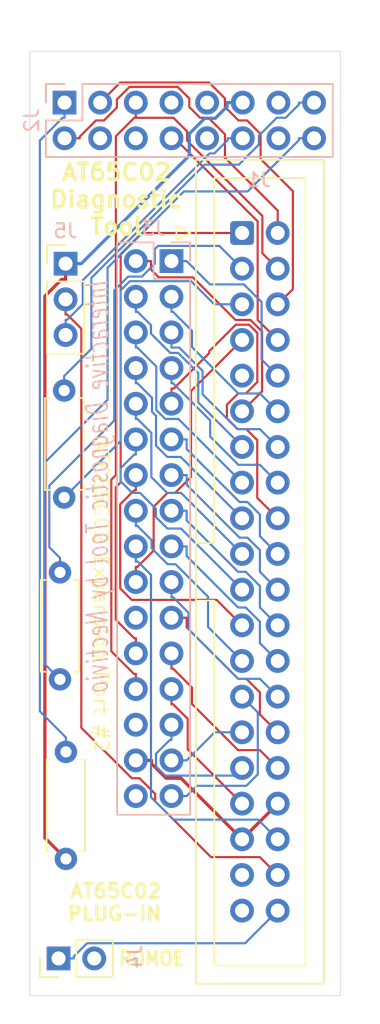
<source format=kicad_pcb>
(kicad_pcb (version 20221018) (generator pcbnew)
  (layers (0 "F.Cu" signal) (31 "B.Cu" signal) (34 "B.Paste" user) (35 "F.Paste" user) (36 "B.SilkS" user "B.Silkscreen") (37 "F.SilkS" user "F.Silkscreen") (38 "B.Mask" user) (39 "F.Mask" user) (44 "Edge.Cuts" user))
  (net 0 "")
  (net 1 "GND")
  (net 2 "R~{W}")
  (net 3 "~{RES}")
  (net 4 "~{IRQ}")
  (net 5 "RDY")
  (net 6 "~{NMI}")
  (net 7 "SYNC")
  (net 8 "/a0")
  (net 9 "/d0")
  (net 10 "/a1")
  (net 11 "/d1")
  (net 12 "/a2")
  (net 13 "/d2")
  (net 14 "/a3")
  (net 15 "/d3")
  (net 16 "/a4")
  (net 17 "/d4")
  (net 18 "/a5")
  (net 19 "/d5")
  (net 20 "/a6")
  (net 21 "/d6")
  (net 22 "/a7")
  (net 23 "/d7")
  (net 24 "/a8")
  (net 25 "/a9")
  (net 26 "/a10")
  (net 27 "/a11")
  (net 28 "/a12")
  (net 29 "/a13")
  (net 30 "/a14")
  (net 31 "/a15")
  (net 32 "~{SO}")
  (net 33 "~{BE}")
  (net 35 "CLK")
  (net 39 "~{VP}")
  (net 41 "+5V")
  (net 42 "ROM~{WE}")
  (net 48 "ROM~{OE}")
  (net 53 "Net-(J2-Pin_12)")
  (net 54 "Net-(J2-Pin_15)")
  (net 55 "Net-(J2-Pin_16)")
  (footprint "Resistor_THT:R_Axial_DIN0207_L6.3mm_D2.5mm_P7.62mm_Horizontal" (layer "F.Cu") (at 138.215 100 90)
    (fp_text reference "R1" hide)
    (fp_text value "1k")
    (fp_line (start 0.54 -1.37) (end 7.08 -1.37) (stroke (width 0.12)) (layer "F.SilkS"))
    (fp_line (start 0.54 -1.04) (end 0.54 -1.37) (stroke (width 0.12)) (layer "F.SilkS"))
    (fp_line (start 0.54 1.04) (end 0.54 1.37) (stroke (width 0.12)) (layer "F.SilkS"))
    (fp_line (start 0.54 1.37) (end 7.08 1.37) (stroke (width 0.12)) (layer "F.SilkS"))
    (fp_line (start 7.08 -1.37) (end 7.08 -1.04) (stroke (width 0.12)) (layer "F.SilkS"))
    (fp_line (start 7.08 1.37) (end 7.08 1.04) (stroke (width 0.12)) (layer "F.SilkS"))
    (pad "1" thru_hole circle (at 0 0 90) (size 1.6 1.6) (drill 0.8) (layers "*.Cu" "*.Mask") (net 55 "Net-(J2-Pin_16)"))
    (pad "2" thru_hole oval (at 7.62 0 90) (size 1.6 1.6) (drill 0.8) (layers "*.Cu" "*.Mask") (net 32 "~{SO}"))
  )
  (footprint "Connector_PinHeader_2.54mm:PinHeader_1x03_P2.54mm_Vertical" (layer "F.Cu") (at 138.615 70.395)
    (fp_text reference "J5" (at 0 -2.33) (layer "B.SilkS") (effects (justify mirror)))
    (fp_text value "Conn_01x03")
    (fp_line (start -1.33 -1.33) (end 0 -1.33) (stroke (width 0.12)) (layer "F.SilkS"))
    (fp_line (start -1.33 0) (end -1.33 -1.33) (stroke (width 0.12)) (layer "F.SilkS"))
    (fp_line (start -1.33 1.27) (end -1.33 6.41) (stroke (width 0.12)) (layer "F.SilkS"))
    (fp_line (start -1.33 1.27) (end 1.33 1.27) (stroke (width 0.12)) (layer "F.SilkS"))
    (fp_line (start -1.33 6.41) (end 1.33 6.41) (stroke (width 0.12)) (layer "F.SilkS"))
    (fp_line (start 1.33 1.27) (end 1.33 6.41) (stroke (width 0.12)) (layer "F.SilkS"))
    (pad "1" thru_hole rect (at 0 0) (size 1.7 1.7) (drill 1) (layers "*.Cu" "*.Mask") (net 41 "+5V"))
    (pad "2" thru_hole oval (at 0 2.54) (size 1.7 1.7) (drill 1) (layers "*.Cu" "*.Mask") (net 42 "ROM~{WE}"))
    (pad "3" thru_hole oval (at 0 5.08) (size 1.7 1.7) (drill 1) (layers "*.Cu" "*.Mask") (net 53 "Net-(J2-Pin_12)"))
  )
  (footprint "Resistor_THT:R_Axial_DIN0207_L6.3mm_D2.5mm_P7.62mm_Horizontal" (layer "F.Cu") (at 138.64 112.785 90)
    (fp_text reference "R2" hide)
    (fp_text value "1k")
    (fp_line (start 0.54 -1.37) (end 7.08 -1.37) (stroke (width 0.12)) (layer "F.SilkS"))
    (fp_line (start 0.54 -1.04) (end 0.54 -1.37) (stroke (width 0.12)) (layer "F.SilkS"))
    (fp_line (start 0.54 1.04) (end 0.54 1.37) (stroke (width 0.12)) (layer "F.SilkS"))
    (fp_line (start 0.54 1.37) (end 7.08 1.37) (stroke (width 0.12)) (layer "F.SilkS"))
    (fp_line (start 7.08 -1.37) (end 7.08 -1.04) (stroke (width 0.12)) (layer "F.SilkS"))
    (fp_line (start 7.08 1.37) (end 7.08 1.04) (stroke (width 0.12)) (layer "F.SilkS"))
    (pad "1" thru_hole circle (at 0 0 90) (size 1.6 1.6) (drill 0.8) (layers "*.Cu" "*.Mask") (net 41 "+5V"))
    (pad "2" thru_hole oval (at 7.62 0 90) (size 1.6 1.6) (drill 0.8) (layers "*.Cu" "*.Mask") (net 39 "~{VP}"))
  )
  (footprint "Resistor_THT:R_Axial_DIN0207_L6.3mm_D2.5mm_P7.62mm_Horizontal" (layer "F.Cu") (at 138.515 87.05 90)
    (fp_text reference "R3" hide)
    (fp_text value "1k")
    (fp_line (start 0.54 -1.37) (end 7.08 -1.37) (stroke (width 0.12)) (layer "F.SilkS"))
    (fp_line (start 0.54 -1.04) (end 0.54 -1.37) (stroke (width 0.12)) (layer "F.SilkS"))
    (fp_line (start 0.54 1.04) (end 0.54 1.37) (stroke (width 0.12)) (layer "F.SilkS"))
    (fp_line (start 0.54 1.37) (end 7.08 1.37) (stroke (width 0.12)) (layer "F.SilkS"))
    (fp_line (start 7.08 -1.37) (end 7.08 -1.04) (stroke (width 0.12)) (layer "F.SilkS"))
    (fp_line (start 7.08 1.37) (end 7.08 1.04) (stroke (width 0.12)) (layer "F.SilkS"))
    (pad "1" thru_hole circle (at 0 0 90) (size 1.6 1.6) (drill 0.8) (layers "*.Cu" "*.Mask") (net 33 "~{BE}"))
    (pad "2" thru_hole oval (at 7.62 0 90) (size 1.6 1.6) (drill 0.8) (layers "*.Cu" "*.Mask") (net 54 "Net-(J2-Pin_15)"))
  )
  (footprint "Connector_IDC:IDC-Header_2x20_P2.54mm_Vertical" (layer "F.Cu") (at 151.19 68.21)
    (fp_text reference "J1" (at 1.2 -3.785) (layer "B.SilkS") (effects (justify mirror)))
    (fp_text value "Conn_02x20_Odd_Even")
    (fp_line (start -4.68 -0.5) (end -4.68 0.5) (stroke (width 0.12)) (layer "F.SilkS"))
    (fp_line (start -4.68 0.5) (end -3.68 0) (stroke (width 0.12)) (layer "F.SilkS"))
    (fp_line (start -3.68 0) (end -4.68 -0.5) (stroke (width 0.12)) (layer "F.SilkS"))
    (fp_line (start -3.29 -5.21) (end 5.83 -5.21) (stroke (width 0.12)) (layer "F.SilkS"))
    (fp_line (start -3.29 22.08) (end -1.98 22.08) (stroke (width 0.12)) (layer "F.SilkS"))
    (fp_line (start -3.29 53.47) (end -3.29 -5.21) (stroke (width 0.12)) (layer "F.SilkS"))
    (fp_line (start -1.98 -3.91) (end 4.52 -3.91) (stroke (width 0.12)) (layer "F.SilkS"))
    (fp_line (start -1.98 22.08) (end -1.98 -3.91) (stroke (width 0.12)) (layer "F.SilkS"))
    (fp_line (start -1.98 26.18) (end -3.29 26.18) (stroke (width 0.12)) (layer "F.SilkS"))
    (fp_line (start -1.98 26.18) (end -1.98 26.18) (stroke (width 0.12)) (layer "F.SilkS"))
    (fp_line (start -1.98 52.17) (end -1.98 26.18) (stroke (width 0.12)) (layer "F.SilkS"))
    (fp_line (start 4.52 -3.91) (end 4.52 52.17) (stroke (width 0.12)) (layer "F.SilkS"))
    (fp_line (start 4.52 52.17) (end -1.98 52.17) (stroke (width 0.12)) (layer "F.SilkS"))
    (fp_line (start 5.83 -5.21) (end 5.83 53.47) (stroke (width 0.12)) (layer "F.SilkS"))
    (fp_line (start 5.83 53.47) (end -3.29 53.47) (stroke (width 0.12)) (layer "F.SilkS"))
    (pad "1" thru_hole roundrect (at 0 0) (size 1.7 1.7) (drill 1) (layers "*.Cu" "*.Mask") (roundrect_rratio 0.147059) (net 3 "~{RES}"))
    (pad "2" thru_hole circle (at 2.54 0) (size 1.7 1.7) (drill 1) (layers "*.Cu" "*.Mask") (net 5 "RDY"))
    (pad "3" thru_hole circle (at 0 2.54) (size 1.7 1.7) (drill 1) (layers "*.Cu" "*.Mask") (net 32 "~{SO}"))
    (pad "4" thru_hole circle (at 2.54 2.54) (size 1.7 1.7) (drill 1) (layers "*.Cu" "*.Mask") (net 4 "~{IRQ}"))
    (pad "5" thru_hole circle (at 0 5.08) (size 1.7 1.7) (drill 1) (layers "*.Cu" "*.Mask") (net 33 "~{BE}"))
    (pad "6" thru_hole circle (at 2.54 5.08) (size 1.7 1.7) (drill 1) (layers "*.Cu" "*.Mask") (net 6 "~{NMI}"))
    (pad "7" thru_hole circle (at 0 7.62) (size 1.7 1.7) (drill 1) (layers "*.Cu" "*.Mask") (net 2 "R~{W}"))
    (pad "8" thru_hole circle (at 2.54 7.62) (size 1.7 1.7) (drill 1) (layers "*.Cu" "*.Mask") (net 7 "SYNC"))
    (pad "9" thru_hole circle (at 0 10.16) (size 1.7 1.7) (drill 1) (layers "*.Cu" "*.Mask"))
    (pad "10" thru_hole circle (at 2.54 10.16) (size 1.7 1.7) (drill 1) (layers "*.Cu" "*.Mask") (net 8 "/a0"))
    (pad "11" thru_hole circle (at 0 12.7) (size 1.7 1.7) (drill 1) (layers "*.Cu" "*.Mask") (net 9 "/d0"))
    (pad "12" thru_hole circle (at 2.54 12.7) (size 1.7 1.7) (drill 1) (layers "*.Cu" "*.Mask") (net 10 "/a1"))
    (pad "13" thru_hole circle (at 0 15.24) (size 1.7 1.7) (drill 1) (layers "*.Cu" "*.Mask") (net 11 "/d1"))
    (pad "14" thru_hole circle (at 2.54 15.24) (size 1.7 1.7) (drill 1) (layers "*.Cu" "*.Mask") (net 12 "/a2"))
    (pad "15" thru_hole circle (at 0 17.78) (size 1.7 1.7) (drill 1) (layers "*.Cu" "*.Mask") (net 13 "/d2"))
    (pad "16" thru_hole circle (at 2.54 17.78) (size 1.7 1.7) (drill 1) (layers "*.Cu" "*.Mask") (net 14 "/a3"))
    (pad "17" thru_hole circle (at 0 20.32) (size 1.7 1.7) (drill 1) (layers "*.Cu" "*.Mask") (net 15 "/d3"))
    (pad "18" thru_hole circle (at 2.54 20.32) (size 1.7 1.7) (drill 1) (layers "*.Cu" "*.Mask") (net 16 "/a4"))
    (pad "19" thru_hole circle (at 0 22.86) (size 1.7 1.7) (drill 1) (layers "*.Cu" "*.Mask") (net 17 "/d4"))
    (pad "20" thru_hole circle (at 2.54 22.86) (size 1.7 1.7) (drill 1) (layers "*.Cu" "*.Mask") (net 18 "/a5"))
    (pad "21" thru_hole circle (at 0 25.4) (size 1.7 1.7) (drill 1) (layers "*.Cu" "*.Mask") (net 19 "/d5"))
    (pad "22" thru_hole circle (at 2.54 25.4) (size 1.7 1.7) (drill 1) (layers "*.Cu" "*.Mask") (net 20 "/a6"))
    (pad "23" thru_hole circle (at 0 27.94) (size 1.7 1.7) (drill 1) (layers "*.Cu" "*.Mask") (net 21 "/d6"))
    (pad "24" thru_hole circle (at 2.54 27.94) (size 1.7 1.7) (drill 1) (layers "*.Cu" "*.Mask") (net 22 "/a7"))
    (pad "25" thru_hole circle (at 0 30.48) (size 1.7 1.7) (drill 1) (layers "*.Cu" "*.Mask") (net 23 "/d7"))
    (pad "26" thru_hole circle (at 2.54 30.48) (size 1.7 1.7) (drill 1) (layers "*.Cu" "*.Mask") (net 24 "/a8"))
    (pad "27" thru_hole circle (at 0 33.02) (size 1.7 1.7) (drill 1) (layers "*.Cu" "*.Mask") (net 31 "/a15"))
    (pad "28" thru_hole circle (at 2.54 33.02) (size 1.7 1.7) (drill 1) (layers "*.Cu" "*.Mask") (net 25 "/a9"))
    (pad "29" thru_hole circle (at 0 35.56) (size 1.7 1.7) (drill 1) (layers "*.Cu" "*.Mask") (net 30 "/a14"))
    (pad "30" thru_hole circle (at 2.54 35.56) (size 1.7 1.7) (drill 1) (layers "*.Cu" "*.Mask") (net 26 "/a10"))
    (pad "31" thru_hole circle (at 0 38.1) (size 1.7 1.7) (drill 1) (layers "*.Cu" "*.Mask") (net 29 "/a13"))
    (pad "32" thru_hole circle (at 2.54 38.1) (size 1.7 1.7) (drill 1) (layers "*.Cu" "*.Mask") (net 27 "/a11"))
    (pad "33" thru_hole circle (at 0 40.64) (size 1.7 1.7) (drill 1) (layers "*.Cu" "*.Mask") (net 28 "/a12"))
    (pad "34" thru_hole circle (at 2.54 40.64) (size 1.7 1.7) (drill 1) (layers "*.Cu" "*.Mask") (net 1 "GND"))
    (pad "35" thru_hole circle (at 0 43.18) (size 1.7 1.7) (drill 1) (layers "*.Cu" "*.Mask") (net 1 "GND"))
    (pad "36" thru_hole circle (at 2.54 43.18) (size 1.7 1.7) (drill 1) (layers "*.Cu" "*.Mask") (net 35 "CLK"))
    (pad "37" thru_hole circle (at 0 45.72) (size 1.7 1.7) (drill 1) (layers "*.Cu" "*.Mask"))
    (pad "38" thru_hole circle (at 2.54 45.72) (size 1.7 1.7) (drill 1) (layers "*.Cu" "*.Mask") (net 42 "ROM~{WE}"))
    (pad "39" thru_hole circle (at 0 48.26) (size 1.7 1.7) (drill 1) (layers "*.Cu" "*.Mask"))
    (pad "40" thru_hole circle (at 2.54 48.26) (size 1.7 1.7) (drill 1) (layers "*.Cu" "*.Mask") (net 48 "ROM~{OE}"))
  )
  (footprint "Connector_PinHeader_2.54mm:PinHeader_1x02_P2.54mm_Vertical" (layer "F.Cu") (at 138.115 119.875 90)
    (fp_text reference "J4" (at 0.125 5.45 90) (layer "B.SilkS") (effects (justify mirror)))
    (fp_text value "Conn_01x02")
    (fp_line (start -1.33 -1.33) (end 0 -1.33) (stroke (width 0.12)) (layer "F.SilkS"))
    (fp_line (start -1.33 0) (end -1.33 -1.33) (stroke (width 0.12)) (layer "F.SilkS"))
    (fp_line (start -1.33 1.27) (end -1.33 3.87) (stroke (width 0.12)) (layer "F.SilkS"))
    (fp_line (start -1.33 1.27) (end 1.33 1.27) (stroke (width 0.12)) (layer "F.SilkS"))
    (fp_line (start -1.33 3.87) (end 1.33 3.87) (stroke (width 0.12)) (layer "F.SilkS"))
    (fp_line (start 1.33 1.27) (end 1.33 3.87) (stroke (width 0.12)) (layer "F.SilkS"))
    (pad "1" thru_hole rect (at 0 0 90) (size 1.7 1.7) (drill 1) (layers "*.Cu" "*.Mask") (net 48 "ROM~{OE}"))
    (pad "2" thru_hole oval (at 0 2.54 90) (size 1.7 1.7) (drill 1) (layers "*.Cu" "*.Mask"))
  )
  (footprint "Connector_PinHeader_2.54mm:PinHeader_2x16_P2.54mm_Vertical" (layer "B.Cu") (at 146.16 70.21 180)
    (fp_text reference "J3" (at 1.27 2.33) (layer "B.SilkS") (effects (justify mirror)))
    (fp_text value "Conn_02x16_Odd_Even")
    (fp_line (start -1.33 -39.43) (end 3.87 -39.43) (stroke (width 0.12)) (layer "B.SilkS"))
    (fp_line (start -1.33 -1.27) (end -1.33 -39.43) (stroke (width 0.12)) (layer "B.SilkS"))
    (fp_line (start -1.33 -1.27) (end 1.27 -1.27) (stroke (width 0.12)) (layer "B.SilkS"))
    (fp_line (start -1.33 0) (end -1.33 1.33) (stroke (width 0.12)) (layer "B.SilkS"))
    (fp_line (start -1.33 1.33) (end 0 1.33) (stroke (width 0.12)) (layer "B.SilkS"))
    (fp_line (start 1.27 -1.27) (end 1.27 1.33) (stroke (width 0.12)) (layer "B.SilkS"))
    (fp_line (start 1.27 1.33) (end 3.87 1.33) (stroke (width 0.12)) (layer "B.SilkS"))
    (fp_line (start 3.87 1.33) (end 3.87 -39.43) (stroke (width 0.12)) (layer "B.SilkS"))
    (pad "1" thru_hole rect (at 0 0 180) (size 1.7 1.7) (drill 1) (layers "*.Cu" "*.Mask") (net 8 "/a0"))
    (pad "2" thru_hole oval (at 2.54 0 180) (size 1.7 1.7) (drill 1) (layers "*.Cu" "*.Mask") (net 9 "/d0"))
    (pad "3" thru_hole oval (at 0 -2.54 180) (size 1.7 1.7) (drill 1) (layers "*.Cu" "*.Mask") (net 10 "/a1"))
    (pad "4" thru_hole oval (at 2.54 -2.54 180) (size 1.7 1.7) (drill 1) (layers "*.Cu" "*.Mask") (net 11 "/d1"))
    (pad "5" thru_hole oval (at 0 -5.08 180) (size 1.7 1.7) (drill 1) (layers "*.Cu" "*.Mask") (net 12 "/a2"))
    (pad "6" thru_hole oval (at 2.54 -5.08 180) (size 1.7 1.7) (drill 1) (layers "*.Cu" "*.Mask") (net 13 "/d2"))
    (pad "7" thru_hole oval (at 0 -7.62 180) (size 1.7 1.7) (drill 1) (layers "*.Cu" "*.Mask") (net 14 "/a3"))
    (pad "8" thru_hole oval (at 2.54 -7.62 180) (size 1.7 1.7) (drill 1) (layers "*.Cu" "*.Mask") (net 15 "/d3"))
    (pad "9" thru_hole oval (at 0 -10.16 180) (size 1.7 1.7) (drill 1) (layers "*.Cu" "*.Mask") (net 16 "/a4"))
    (pad "10" thru_hole oval (at 2.54 -10.16 180) (size 1.7 1.7) (drill 1) (layers "*.Cu" "*.Mask") (net 17 "/d4"))
    (pad "11" thru_hole oval (at 0 -12.7 180) (size 1.7 1.7) (drill 1) (layers "*.Cu" "*.Mask") (net 18 "/a5"))
    (pad "12" thru_hole oval (at 2.54 -12.7 180) (size 1.7 1.7) (drill 1) (layers "*.Cu" "*.Mask") (net 19 "/d5"))
    (pad "13" thru_hole oval (at 0 -15.24 180) (size 1.7 1.7) (drill 1) (layers "*.Cu" "*.Mask") (net 20 "/a6"))
    (pad "14" thru_hole oval (at 2.54 -15.24 180) (size 1.7 1.7) (drill 1) (layers "*.Cu" "*.Mask") (net 21 "/d6"))
    (pad "15" thru_hole oval (at 0 -17.78 180) (size 1.7 1.7) (drill 1) (layers "*.Cu" "*.Mask") (net 22 "/a7"))
    (pad "16" thru_hole oval (at 2.54 -17.78 180) (size 1.7 1.7) (drill 1) (layers "*.Cu" "*.Mask") (net 23 "/d7"))
    (pad "17" thru_hole oval (at 0 -20.32 180) (size 1.7 1.7) (drill 1) (layers "*.Cu" "*.Mask") (net 24 "/a8"))
    (pad "18" thru_hole oval (at 2.54 -20.32 180) (size 1.7 1.7) (drill 1) (layers "*.Cu" "*.Mask") (net 35 "CLK"))
    (pad "19" thru_hole oval (at 0 -22.86 180) (size 1.7 1.7) (drill 1) (layers "*.Cu" "*.Mask") (net 25 "/a9"))
    (pad "20" thru_hole oval (at 2.54 -22.86 180) (size 1.7 1.7) (drill 1) (layers "*.Cu" "*.Mask") (net 2 "R~{W}"))
    (pad "21" thru_hole oval (at 0 -25.4 180) (size 1.7 1.7) (drill 1) (layers "*.Cu" "*.Mask") (net 26 "/a10"))
    (pad "22" thru_hole oval (at 2.54 -25.4 180) (size 1.7 1.7) (drill 1) (layers "*.Cu" "*.Mask"))
    (pad "23" thru_hole oval (at 0 -27.94 180) (size 1.7 1.7) (drill 1) (layers "*.Cu" "*.Mask") (net 27 "/a11"))
    (pad "24" thru_hole oval (at 2.54 -27.94 180) (size 1.7 1.7) (drill 1) (layers "*.Cu" "*.Mask") (net 3 "~{RES}"))
    (pad "25" thru_hole oval (at 0 -30.48 180) (size 1.7 1.7) (drill 1) (layers "*.Cu" "*.Mask") (net 28 "/a12"))
    (pad "26" thru_hole oval (at 2.54 -30.48 180) (size 1.7 1.7) (drill 1) (layers "*.Cu" "*.Mask") (net 4 "~{IRQ}"))
    (pad "27" thru_hole oval (at 0 -33.02 180) (size 1.7 1.7) (drill 1) (layers "*.Cu" "*.Mask") (net 29 "/a13"))
    (pad "28" thru_hole oval (at 2.54 -33.02 180) (size 1.7 1.7) (drill 1) (layers "*.Cu" "*.Mask"))
    (pad "29" thru_hole oval (at 0 -35.56 180) (size 1.7 1.7) (drill 1) (layers "*.Cu" "*.Mask") (net 30 "/a14"))
    (pad "30" thru_hole oval (at 2.54 -35.56 180) (size 1.7 1.7) (drill 1) (layers "*.Cu" "*.Mask") (net 1 "GND"))
    (pad "31" thru_hole oval (at 0 -38.1 180) (size 1.7 1.7) (drill 1) (layers "*.Cu" "*.Mask") (net 31 "/a15"))
    (pad "32" thru_hole oval (at 2.54 -38.1 180) (size 1.7 1.7) (drill 1) (layers "*.Cu" "*.Mask"))
  )
  (footprint "Connector_PinHeader_2.54mm:PinHeader_2x08_P2.54mm_Vertical" (layer "B.Cu") (at 138.54 58.925 -90)
    (fp_text reference "J2" (at 1.27 2.33 90) (layer "B.SilkS") (effects (justify mirror)))
    (fp_text value "Conn_02x08_Odd_Even")
    (fp_line (start -1.33 -19.11) (end 3.87 -19.11) (stroke (width 0.12)) (layer "B.SilkS"))
    (fp_line (start -1.33 -1.27) (end -1.33 -19.11) (stroke (width 0.12)) (layer "B.SilkS"))
    (fp_line (start -1.33 -1.27) (end 1.27 -1.27) (stroke (width 0.12)) (layer "B.SilkS"))
    (fp_line (start -1.33 0) (end -1.33 1.33) (stroke (width 0.12)) (layer "B.SilkS"))
    (fp_line (start -1.33 1.33) (end 0 1.33) (stroke (width 0.12)) (layer "B.SilkS"))
    (fp_line (start 1.27 -1.27) (end 1.27 1.33) (stroke (width 0.12)) (layer "B.SilkS"))
    (fp_line (start 1.27 1.33) (end 3.87 1.33) (stroke (width 0.12)) (layer "B.SilkS"))
    (fp_line (start 3.87 1.33) (end 3.87 -19.11) (stroke (width 0.12)) (layer "B.SilkS"))
    (pad "1" thru_hole rect (at 0 0 270) (size 1.7 1.7) (drill 1) (layers "*.Cu" "*.Mask") (net 39 "~{VP}"))
    (pad "2" thru_hole oval (at 2.54 0 270) (size 1.7 1.7) (drill 1) (layers "*.Cu" "*.Mask") (net 5 "RDY"))
    (pad "3" thru_hole oval (at 0 -2.54 270) (size 1.7 1.7) (drill 1) (layers "*.Cu" "*.Mask") (net 6 "~{NMI}"))
    (pad "4" thru_hole oval (at 2.54 -2.54 270) (size 1.7 1.7) (drill 1) (layers "*.Cu" "*.Mask"))
    (pad "5" thru_hole oval (at 0 -5.08 270) (size 1.7 1.7) (drill 1) (layers "*.Cu" "*.Mask") (net 4 "~{IRQ}"))
    (pad "6" thru_hole oval (at 2.54 -5.08 270) (size 1.7 1.7) (drill 1) (layers "*.Cu" "*.Mask"))
    (pad "7" thru_hole oval (at 0 -7.62 270) (size 1.7 1.7) (drill 1) (layers "*.Cu" "*.Mask"))
    (pad "8" thru_hole oval (at 2.54 -7.62 270) (size 1.7 1.7) (drill 1) (layers "*.Cu" "*.Mask") (net 7 "SYNC"))
    (pad "9" thru_hole oval (at 0 -10.16 270) (size 1.7 1.7) (drill 1) (layers "*.Cu" "*.Mask"))
    (pad "10" thru_hole oval (at 2.54 -10.16 270) (size 1.7 1.7) (drill 1) (layers "*.Cu" "*.Mask"))
    (pad "11" thru_hole oval (at 0 -12.7 270) (size 1.7 1.7) (drill 1) (layers "*.Cu" "*.Mask") (net 41 "+5V"))
    (pad "12" thru_hole oval (at 2.54 -12.7 270) (size 1.7 1.7) (drill 1) (layers "*.Cu" "*.Mask") (net 53 "Net-(J2-Pin_12)"))
    (pad "13" thru_hole oval (at 0 -15.24 270) (size 1.7 1.7) (drill 1) (layers "*.Cu" "*.Mask"))
    (pad "14" thru_hole oval (at 2.54 -15.24 270) (size 1.7 1.7) (drill 1) (layers "*.Cu" "*.Mask"))
    (pad "15" thru_hole oval (at 0 -17.78 270) (size 1.7 1.7) (drill 1) (layers "*.Cu" "*.Mask") (net 54 "Net-(J2-Pin_15)"))
    (pad "16" thru_hole oval (at 2.54 -17.78 270) (size 1.7 1.7) (drill 1) (layers "*.Cu" "*.Mask") (net 55 "Net-(J2-Pin_16)"))
  )
  (gr_rect (start 136.065 55.275) (end 158.19 122.525) (stroke (width 0.05)) (fill none) (layer "Edge.Cuts"))
  (gr_text "Interactive Diagnostic Tool by Nectivio" (at 141.765 86.225 90) (layer "B.SilkS") (effects (font (size 1.5 1) (thickness 0.125) italic) (justify bottom mirror)))
  (gr_text "ATC65C02 Expansion Port #2" (at 140.565 82.825 270) (layer "F.SilkS") (effects (font (size 1 1) (thickness 0.125)) (justify left bottom)))
  (gr_text "ROMOE" (at 147.19 120.475) (layer "F.SilkS") (effects (font (size 1 0.9) (thickness 0.2) bold) (justify right bottom)))
  (gr_text "AT65C02 \nDiagnostic \nTool \n" (at 142.69 68.45) (layer "F.SilkS") (effects (font (size 1.2 1.2) (thickness 0.25) bold) (justify bottom)))
  (gr_text "AT65C02\nPLUG-IN" (at 145.54 117.275) (layer "F.SilkS") (effects (font (size 1 1) (thickness 0.2) bold) (justify right bottom)))
  (segment (start 146.84 107.04) (end 145.7768 107.04) (width 0.2286) (layer "F.Cu") (net 1))
  (segment (start 145.7768 107.04) (end 144.7386 106.0018) (width 0.2286) (layer "F.Cu") (net 1))
  (segment (start 143.62 105.77) (end 144.7386 105.77) (width 0.2286) (layer "F.Cu") (net 1))
  (segment (start 151.19 111.39) (end 146.84 107.04) (width 0.2286) (layer "F.Cu") (net 1))
  (segment (start 153.73 108.85) (end 151.19 111.39) (width 0.2286) (layer "F.Cu") (net 1))
  (segment (start 144.7386 106.0018) (end 144.7386 105.77) (width 0.2286) (layer "F.Cu") (net 1))
  (segment (start 143.62 93.07) (end 143.62 91.9895) (width 0.1524) (layer "F.Cu") (net 2))
  (segment (start 147.5524 79.4676) (end 147.5524 85.5864) (width 0.1524) (layer "F.Cu") (net 2))
  (segment (start 145.877 86.72) (end 144.89 87.707) (width 0.1524) (layer "F.Cu") (net 2))
  (segment (start 147.5524 85.5864) (end 146.4188 86.72) (width 0.1524) (layer "F.Cu") (net 2))
  (segment (start 144.89 87.707) (end 144.89 90.8314) (width 0.1524) (layer "F.Cu") (net 2))
  (segment (start 143.7319 91.9895) (end 143.62 91.9895) (width 0.1524) (layer "F.Cu") (net 2))
  (segment (start 146.4188 86.72) (end 145.877 86.72) (width 0.1524) (layer "F.Cu") (net 2))
  (segment (start 151.19 75.83) (end 147.5524 79.4676) (width 0.1524) (layer "F.Cu") (net 2))
  (segment (start 144.89 90.8314) (end 143.7319 91.9895) (width 0.1524) (layer "F.Cu") (net 2))
  (segment (start 142.1899 86.3231) (end 142.1899 95.7514) (width 0.1524) (layer "F.Cu") (net 3))
  (segment (start 142.5395 85.9735) (end 142.1899 86.3231) (width 0.1524) (layer "F.Cu") (net 3))
  (segment (start 151.19 68.21) (end 144.0484 68.21) (width 0.1524) (layer "F.Cu") (net 3))
  (segment (start 144.0484 68.21) (end 142.5395 69.7189) (width 0.1524) (layer "F.Cu") (net 3))
  (segment (start 143.62 98.15) (end 143.62 97.0695) (width 0.1524) (layer "F.Cu") (net 3))
  (segment (start 142.5395 69.7189) (end 142.5395 85.9735) (width 0.1524) (layer "F.Cu") (net 3))
  (segment (start 142.1899 95.7514) (end 143.508 97.0695) (width 0.1524) (layer "F.Cu") (net 3))
  (segment (start 143.508 97.0695) (end 143.62 97.0695) (width 0.1524) (layer "F.Cu") (net 3))
  (segment (start 147.2782 61.6412) (end 147.2782 60.9804) (width 0.1524) (layer "F.Cu") (net 4))
  (segment (start 143.62 58.925) (end 143.62 60.0055) (width 0.1524) (layer "F.Cu") (net 4))
  (segment (start 143.62 99.6095) (end 143.4849 99.6095) (width 0.1524) (layer "F.Cu") (net 4))
  (segment (start 147.2782 60.9804) (end 146.3033 60.0055) (width 0.1524) (layer "F.Cu") (net 4))
  (segment (start 143.508 60.0055) (end 143.62 60.0055) (width 0.1524) (layer "F.Cu") (net 4))
  (segment (start 143.4849 99.6095) (end 141.8741 97.9987) (width 0.1524) (layer "F.Cu") (net 4))
  (segment (start 143.62 100.69) (end 143.62 99.6095) (width 0.1524) (layer "F.Cu") (net 4))
  (segment (start 141.8741 85.7734) (end 142.1977 85.4498) (width 0.1524) (layer "F.Cu") (net 4))
  (segment (start 152.6366 69.6566) (end 152.6366 66.9996) (width 0.1524) (layer "F.Cu") (net 4))
  (segment (start 152.6366 66.9996) (end 147.2782 61.6412) (width 0.1524) (layer "F.Cu") (net 4))
  (segment (start 141.8741 97.9987) (end 141.8741 85.7734) (width 0.1524) (layer "F.Cu") (net 4))
  (segment (start 142.1977 85.4498) (end 142.1977 61.3158) (width 0.1524) (layer "F.Cu") (net 4))
  (segment (start 153.73 70.75) (end 152.6366 69.6566) (width 0.1524) (layer "F.Cu") (net 4))
  (segment (start 142.1977 61.3158) (end 143.508 60.0055) (width 0.1524) (layer "F.Cu") (net 4))
  (segment (start 146.3033 60.0055) (end 143.62 60.0055) (width 0.1524) (layer "F.Cu") (net 4))
  (segment (start 149.97 62.8515) (end 153.73 66.6115) (width 0.1524) (layer "F.Cu") (net 5))
  (segment (start 146.6051 57.8053) (end 147.43 58.6302) (width 0.1524) (layer "F.Cu") (net 5))
  (segment (start 142.2692 58.7043) (end 143.1682 57.8053) (width 0.1524) (layer "F.Cu") (net 5))
  (segment (start 141.3486 60.195) (end 142.2692 59.2744) (width 0.1524) (layer "F.Cu") (net 5))
  (segment (start 139.6205 61.465) (end 139.6205 61.353) (width 0.1524) (layer "F.Cu") (net 5))
  (segment (start 140.7785 60.195) (end 141.3486 60.195) (width 0.1524) (layer "F.Cu") (net 5))
  (segment (start 139.6205 61.353) (end 140.7785 60.195) (width 0.1524) (layer "F.Cu") (net 5))
  (segment (start 143.1682 57.8053) (end 146.6051 57.8053) (width 0.1524) (layer "F.Cu") (net 5))
  (segment (start 149.97 61.1806) (end 149.97 62.8515) (width 0.1524) (layer "F.Cu") (net 5))
  (segment (start 138.54 61.465) (end 139.6205 61.465) (width 0.1524) (layer "F.Cu") (net 5))
  (segment (start 148.1954 60.0055) (end 148.7949 60.0055) (width 0.1524) (layer "F.Cu") (net 5))
  (segment (start 147.43 58.6302) (end 147.43 59.2401) (width 0.1524) (layer "F.Cu") (net 5))
  (segment (start 142.2692 59.2744) (end 142.2692 58.7043) (width 0.1524) (layer "F.Cu") (net 5))
  (segment (start 148.7949 60.0055) (end 149.97 61.1806) (width 0.1524) (layer "F.Cu") (net 5))
  (segment (start 147.43 59.2401) (end 148.1954 60.0055) (width 0.1524) (layer "F.Cu") (net 5))
  (segment (start 153.73 66.6115) (end 153.73 68.21) (width 0.1524) (layer "F.Cu") (net 5))
  (segment (start 149.97 58.6243) (end 148.8426 57.4969) (width 0.1524) (layer "F.Cu") (net 6))
  (segment (start 151.5446 60.195) (end 150.9354 60.195) (width 0.1524) (layer "F.Cu") (net 6))
  (segment (start 152.51 62.9322) (end 152.51 61.1604) (width 0.1524) (layer "F.Cu") (net 6))
  (segment (start 150.9354 60.195) (end 149.97 59.2296) (width 0.1524) (layer "F.Cu") (net 6))
  (segment (start 154.8107 65.2329) (end 152.51 62.9322) (width 0.1524) (layer "F.Cu") (net 6))
  (segment (start 154.8107 72.2093) (end 154.8107 65.2329) (width 0.1524) (layer "F.Cu") (net 6))
  (segment (start 142.5081 57.4969) (end 141.08 58.925) (width 0.1524) (layer "F.Cu") (net 6))
  (segment (start 152.51 61.1604) (end 151.5446 60.195) (width 0.1524) (layer "F.Cu") (net 6))
  (segment (start 149.97 59.2296) (end 149.97 58.6243) (width 0.1524) (layer "F.Cu") (net 6))
  (segment (start 153.73 73.29) (end 154.8107 72.2093) (width 0.1524) (layer "F.Cu") (net 6))
  (segment (start 148.8426 57.4969) (end 142.5081 57.4969) (width 0.1524) (layer "F.Cu") (net 6))
  (segment (start 152.3008 74.4008) (end 152.3008 67.3855) (width 0.1524) (layer "F.Cu") (net 7))
  (segment (start 146.3803 61.465) (end 146.16 61.465) (width 0.1524) (layer "F.Cu") (net 7))
  (segment (start 153.73 75.83) (end 152.3008 74.4008) (width 0.1524) (layer "F.Cu") (net 7))
  (segment (start 152.3008 67.3855) (end 146.3803 61.465) (width 0.1524) (layer "F.Cu") (net 7))
  (segment (start 153.73 78.37) (end 152.5838 77.2238) (width 0.1524) (layer "B.Cu") (net 8))
  (segment (start 152.5838 73.1329) (end 151.3235 71.8726) (width 0.1524) (layer "B.Cu") (net 8))
  (segment (start 151.3235 71.8726) (end 148.9031 71.8726) (width 0.1524) (layer "B.Cu") (net 8))
  (segment (start 146.16 70.21) (end 147.2405 70.21) (width 0.1524) (layer "B.Cu") (net 8))
  (segment (start 152.5838 77.2238) (end 152.5838 73.1329) (width 0.1524) (layer "B.Cu") (net 8))
  (segment (start 148.9031 71.8726) (end 147.2405 70.21) (width 0.1524) (layer "B.Cu") (net 8))
  (segment (start 151.7895 74.4028) (end 150.7216 74.4028) (width 0.1524) (layer "F.Cu") (net 9))
  (segment (start 152.6173 79.4827) (end 152.6173 75.2306) (width 0.1524) (layer "F.Cu") (net 9))
  (segment (start 147.6908 71.372) (end 145.2565 71.372) (width 0.1524) (layer "F.Cu") (net 9))
  (segment (start 150.7216 74.4028) (end 147.6908 71.372) (width 0.1524) (layer "F.Cu") (net 9))
  (segment (start 143.62 70.21) (end 144.7005 70.21) (width 0.1524) (layer "F.Cu") (net 9))
  (segment (start 145.2565 71.372) (end 144.7005 70.816) (width 0.1524) (layer "F.Cu") (net 9))
  (segment (start 151.19 80.91) (end 152.6173 79.4827) (width 0.1524) (layer "F.Cu") (net 9))
  (segment (start 144.7005 70.816) (end 144.7005 70.21) (width 0.1524) (layer "F.Cu") (net 9))
  (segment (start 152.6173 75.2306) (end 151.7895 74.4028) (width 0.1524) (layer "F.Cu") (net 9))
  (segment (start 147.621 75.1796) (end 146.2719 73.8305) (width 0.1524) (layer "B.Cu") (net 10))
  (segment (start 146.16 72.75) (end 146.16 73.8305) (width 0.1524) (layer "B.Cu") (net 10))
  (segment (start 150.9249 79.64) (end 147.621 76.3361) (width 0.1524) (layer "B.Cu") (net 10))
  (segment (start 146.2719 73.8305) (end 146.16 73.8305) (width 0.1524) (layer "B.Cu") (net 10))
  (segment (start 147.621 76.3361) (end 147.621 75.1796) (width 0.1524) (layer "B.Cu") (net 10))
  (segment (start 152.46 79.64) (end 150.9249 79.64) (width 0.1524) (layer "B.Cu") (net 10))
  (segment (start 153.73 80.91) (end 152.46 79.64) (width 0.1524) (layer "B.Cu") (net 10))
  (segment (start 148.0707 80.2776) (end 151.19 83.3969) (width 0.1524) (layer "B.Cu") (net 11))
  (segment (start 143.7552 73.8305) (end 144.7005 74.7758) (width 0.1524) (layer "B.Cu") (net 11))
  (segment (start 144.7005 75.3759) (end 146.0741 76.7495) (width 0.1524) (layer "B.Cu") (net 11))
  (segment (start 148.0707 78.1869) (end 148.0707 80.2776) (width 0.1524) (layer "B.Cu") (net 11))
  (segment (start 143.62 73.8305) (end 143.7552 73.8305) (width 0.1524) (layer "B.Cu") (net 11))
  (segment (start 146.6333 76.7495) (end 148.0707 78.1869) (width 0.1524) (layer "B.Cu") (net 11))
  (segment (start 151.19 83.3969) (end 151.19 83.45) (width 0.1524) (layer "B.Cu") (net 11))
  (segment (start 143.62 72.75) (end 143.62 73.8305) (width 0.1524) (layer "B.Cu") (net 11))
  (segment (start 144.7005 74.7758) (end 144.7005 75.3759) (width 0.1524) (layer "B.Cu") (net 11))
  (segment (start 146.0741 76.7495) (end 146.6333 76.7495) (width 0.1524) (layer "B.Cu") (net 11))
  (segment (start 146.16 75.29) (end 146.16 76.3705) (width 0.1524) (layer "B.Cu") (net 12))
  (segment (start 148.3774 78.032) (end 146.7159 76.3705) (width 0.1524) (layer "B.Cu") (net 12))
  (segment (start 152.46 82.18) (end 150.8595 82.18) (width 0.1524) (layer "B.Cu") (net 12))
  (segment (start 153.73 83.45) (end 152.46 82.18) (width 0.1524) (layer "B.Cu") (net 12))
  (segment (start 146.7159 76.3705) (end 146.16 76.3705) (width 0.1524) (layer "B.Cu") (net 12))
  (segment (start 150.8595 82.18) (end 148.3774 79.6979) (width 0.1524) (layer "B.Cu") (net 12))
  (segment (start 148.3774 79.6979) (end 148.3774 78.032) (width 0.1524) (layer "B.Cu") (net 12))
  (segment (start 145.0795 77.7181) (end 145.0795 80.8175) (width 0.1524) (layer "B.Cu") (net 13))
  (segment (start 146.6505 81.4505) (end 151.19 85.99) (width 0.1524) (layer "B.Cu") (net 13))
  (segment (start 145.0795 80.8175) (end 145.7125 81.4505) (width 0.1524) (layer "B.Cu") (net 13))
  (segment (start 143.7319 76.3705) (end 145.0795 77.7181) (width 0.1524) (layer "B.Cu") (net 13))
  (segment (start 143.62 75.29) (end 143.62 76.3705) (width 0.1524) (layer "B.Cu") (net 13))
  (segment (start 145.7125 81.4505) (end 146.6505 81.4505) (width 0.1524) (layer "B.Cu") (net 13))
  (segment (start 143.62 76.3705) (end 143.7319 76.3705) (width 0.1524) (layer "B.Cu") (net 13))
  (segment (start 148.9188 82.7112) (end 150.9276 84.72) (width 0.1524) (layer "B.Cu") (net 14))
  (segment (start 150.9276 84.72) (end 152.46 84.72) (width 0.1524) (layer "B.Cu") (net 14))
  (segment (start 146.2698 78.9105) (end 148.9188 81.5595) (width 0.1524) (layer "B.Cu") (net 14))
  (segment (start 146.16 78.9105) (end 146.2698 78.9105) (width 0.1524) (layer "B.Cu") (net 14))
  (segment (start 146.16 77.83) (end 146.16 78.9105) (width 0.1524) (layer "B.Cu") (net 14))
  (segment (start 152.46 84.72) (end 153.73 85.99) (width 0.1524) (layer "B.Cu") (net 14))
  (segment (start 148.9188 81.5595) (end 148.9188 82.7112) (width 0.1524) (layer "B.Cu") (net 14))
  (segment (start 143.62 77.83) (end 143.62 78.9105) (width 0.1524) (layer "B.Cu") (net 15))
  (segment (start 143.62 78.9105) (end 143.7319 78.9105) (width 0.1524) (layer "B.Cu") (net 15))
  (segment (start 145.0618 83.3628) (end 145.8583 84.1593) (width 0.1524) (layer "B.Cu") (net 15))
  (segment (start 145.0618 81.2336) (end 145.0618 83.3628) (width 0.1524) (layer "B.Cu") (net 15))
  (segment (start 145.8583 84.1593) (end 146.8193 84.1593) (width 0.1524) (layer "B.Cu") (net 15))
  (segment (start 146.8193 84.1593) (end 151.19 88.53) (width 0.1524) (layer "B.Cu") (net 15))
  (segment (start 143.7319 78.9105) (end 144.7728 79.9514) (width 0.1524) (layer "B.Cu") (net 15))
  (segment (start 144.7728 79.9514) (end 144.7728 80.9446) (width 0.1524) (layer "B.Cu") (net 15))
  (segment (start 144.7728 80.9446) (end 145.0618 81.2336) (width 0.1524) (layer "B.Cu") (net 15))
  (segment (start 150.7421 74.7419) (end 151.6915 74.7419) (width 0.1524) (layer "F.Cu") (net 16))
  (segment (start 152.2736 87.0736) (end 153.73 88.53) (width 0.1524) (layer "F.Cu") (net 16))
  (segment (start 150.91 79.64) (end 150.1095 80.4405) (width 0.1524) (layer "F.Cu") (net 16))
  (segment (start 148.8501 76.6339) (end 150.7421 74.7419) (width 0.1524) (layer "F.Cu") (net 16))
  (segment (start 151.6915 74.7419) (end 152.2784 75.3288) (width 0.1524) (layer "F.Cu") (net 16))
  (segment (start 146.3223 79.2895) (end 148.8501 76.7617) (width 0.1524) (layer "F.Cu") (net 16))
  (segment (start 150.8866 82.18) (end 151.4898 82.18) (width 0.1524) (layer "F.Cu") (net 16))
  (segment (start 146.16 79.2895) (end 146.3223 79.2895) (width 0.1524) (layer "F.Cu") (net 16))
  (segment (start 150.1095 80.4405) (end 150.1095 81.4029) (width 0.1524) (layer "F.Cu") (net 16))
  (segment (start 151.4898 82.18) (end 152.2736 82.9638) (width 0.1524) (layer "F.Cu") (net 16))
  (segment (start 146.16 80.37) (end 146.16 79.2895) (width 0.1524) (layer "F.Cu") (net 16))
  (segment (start 151.4591 79.64) (end 150.91 79.64) (width 0.1524) (layer "F.Cu") (net 16))
  (segment (start 152.2736 82.9638) (end 152.2736 87.0736) (width 0.1524) (layer "F.Cu") (net 16))
  (segment (start 152.2784 78.8207) (end 151.4591 79.64) (width 0.1524) (layer "F.Cu") (net 16))
  (segment (start 152.2784 75.3288) (end 152.2784 78.8207) (width 0.1524) (layer "F.Cu") (net 16))
  (segment (start 148.8501 76.7617) (end 148.8501 76.6339) (width 0.1524) (layer "F.Cu") (net 16))
  (segment (start 150.1095 81.4029) (end 150.8866 82.18) (width 0.1524) (layer "F.Cu") (net 16))
  (segment (start 144.7272 85.5966) (end 144.7272 82.4458) (width 0.1524) (layer "B.Cu") (net 17))
  (segment (start 143.62 80.37) (end 143.62 81.4505) (width 0.1524) (layer "B.Cu") (net 17))
  (segment (start 144.7272 82.4458) (end 143.7319 81.4505) (width 0.1524) (layer "B.Cu") (net 17))
  (segment (start 145.8506 86.72) (end 144.7272 85.5966) (width 0.1524) (layer "B.Cu") (net 17))
  (segment (start 143.7319 81.4505) (end 143.62 81.4505) (width 0.1524) (layer "B.Cu") (net 17))
  (segment (start 146.84 86.72) (end 145.8506 86.72) (width 0.1524) (layer "B.Cu") (net 17))
  (segment (start 151.19 91.07) (end 146.84 86.72) (width 0.1524) (layer "B.Cu") (net 17))
  (segment (start 146.16 82.91) (end 147.2405 82.91) (width 0.1524) (layer "B.Cu") (net 18))
  (segment (start 153.73 91.07) (end 152.46 89.8) (width 0.1524) (layer "B.Cu") (net 18))
  (segment (start 151.5728 87.368) (end 151.0134 87.368) (width 0.1524) (layer "B.Cu") (net 18))
  (segment (start 152.46 89.8) (end 152.46 88.2552) (width 0.1524) (layer "B.Cu") (net 18))
  (segment (start 151.0134 87.368) (end 147.2405 83.5951) (width 0.1524) (layer "B.Cu") (net 18))
  (segment (start 152.46 88.2552) (end 151.5728 87.368) (width 0.1524) (layer "B.Cu") (net 18))
  (segment (start 147.2405 83.5951) (end 147.2405 82.91) (width 0.1524) (layer "B.Cu") (net 18))
  (segment (start 143.3619 86.72) (end 142.5349 85.893) (width 0.1524) (layer "B.Cu") (net 19))
  (segment (start 145.8697 89.26) (end 145.0495 88.4398) (width 0.1524) (layer "B.Cu") (net 19))
  (segment (start 145.0495 87.8481) (end 143.9214 86.72) (width 0.1524) (layer "B.Cu") (net 19))
  (segment (start 146.84 89.26) (end 145.8697 89.26) (width 0.1524) (layer "B.Cu") (net 19))
  (segment (start 145.0495 88.4398) (end 145.0495 87.8481) (width 0.1524) (layer "B.Cu") (net 19))
  (segment (start 143.9214 86.72) (end 143.3619 86.72) (width 0.1524) (layer "B.Cu") (net 19))
  (segment (start 142.5349 84.9636) (end 143.508 83.9905) (width 0.1524) (layer "B.Cu") (net 19))
  (segment (start 142.5349 85.893) (end 142.5349 84.9636) (width 0.1524) (layer "B.Cu") (net 19))
  (segment (start 143.62 82.91) (end 143.62 83.9905) (width 0.1524) (layer "B.Cu") (net 19))
  (segment (start 151.19 93.61) (end 146.84 89.26) (width 0.1524) (layer "B.Cu") (net 19))
  (segment (start 143.508 83.9905) (end 143.62 83.9905) (width 0.1524) (layer "B.Cu") (net 19))
  (segment (start 151.0134 89.908) (end 147.2405 86.1351) (width 0.1524) (layer "B.Cu") (net 20))
  (segment (start 151.5754 89.908) (end 151.0134 89.908) (width 0.1524) (layer "B.Cu") (net 20))
  (segment (start 152.46 90.7926) (end 151.5754 89.908) (width 0.1524) (layer "B.Cu") (net 20))
  (segment (start 147.2405 86.1351) (end 147.2405 85.45) (width 0.1524) (layer "B.Cu") (net 20))
  (segment (start 153.73 93.61) (end 152.46 92.34) (width 0.1524) (layer "B.Cu") (net 20))
  (segment (start 146.16 85.45) (end 147.2405 85.45) (width 0.1524) (layer "B.Cu") (net 20))
  (segment (start 152.46 92.34) (end 152.46 90.7926) (width 0.1524) (layer "B.Cu") (net 20))
  (segment (start 151.19 96.15) (end 149.38 94.34) (width 0.1524) (layer "F.Cu") (net 21))
  (segment (start 142.5071 93.5222) (end 142.5071 87.5314) (width 0.1524) (layer "F.Cu") (net 21))
  (segment (start 143.62 85.45) (end 143.62 86.5305) (width 0.1524) (layer "F.Cu") (net 21))
  (segment (start 149.38 94.34) (end 143.3249 94.34) (width 0.1524) (layer "F.Cu") (net 21))
  (segment (start 143.508 86.5305) (end 143.62 86.5305) (width 0.1524) (layer "F.Cu") (net 21))
  (segment (start 143.3249 94.34) (end 142.5071 93.5222) (width 0.1524) (layer "F.Cu") (net 21))
  (segment (start 142.5071 87.5314) (end 143.508 86.5305) (width 0.1524) (layer "F.Cu") (net 21))
  (segment (start 150.9054 92.34) (end 147.2405 88.6751) (width 0.1524) (layer "B.Cu") (net 22))
  (segment (start 147.2405 88.6751) (end 147.2405 87.99) (width 0.1524) (layer "B.Cu") (net 22))
  (segment (start 153.73 96.15) (end 152.46 94.88) (width 0.1524) (layer "B.Cu") (net 22))
  (segment (start 152.46 93.3499) (end 151.4501 92.34) (width 0.1524) (layer "B.Cu") (net 22))
  (segment (start 152.46 94.88) (end 152.46 93.3499) (width 0.1524) (layer "B.Cu") (net 22))
  (segment (start 146.16 87.99) (end 147.2405 87.99) (width 0.1524) (layer "B.Cu") (net 22))
  (segment (start 151.4501 92.34) (end 150.9054 92.34) (width 0.1524) (layer "B.Cu") (net 22))
  (segment (start 148.7663 96.2663) (end 148.7663 94.1195) (width 0.1524) (layer "B.Cu") (net 23))
  (segment (start 151.19 98.69) (end 148.7663 96.2663) (width 0.1524) (layer "B.Cu") (net 23))
  (segment (start 143.62 87.99) (end 143.62 89.0705) (width 0.1524) (layer "B.Cu") (net 23))
  (segment (start 148.7663 94.1195) (end 146.4468 91.8) (width 0.1524) (layer "B.Cu") (net 23))
  (segment (start 146.4468 91.8) (end 145.8853 91.8) (width 0.1524) (layer "B.Cu") (net 23))
  (segment (start 144.7443 90.659) (end 144.7443 90.0829) (width 0.1524) (layer "B.Cu") (net 23))
  (segment (start 144.7443 90.0829) (end 143.7319 89.0705) (width 0.1524) (layer "B.Cu") (net 23))
  (segment (start 143.7319 89.0705) (end 143.62 89.0705) (width 0.1524) (layer "B.Cu") (net 23))
  (segment (start 145.8853 91.8) (end 144.7443 90.659) (width 0.1524) (layer "B.Cu") (net 23))
  (segment (start 152.46 97.42) (end 152.46 95.8899) (width 0.1524) (layer "B.Cu") (net 24))
  (segment (start 151.4501 94.88) (end 150.9054 94.88) (width 0.1524) (layer "B.Cu") (net 24))
  (segment (start 146.16 90.53) (end 147.2405 90.53) (width 0.1524) (layer "B.Cu") (net 24))
  (segment (start 147.2405 91.2151) (end 147.2405 90.53) (width 0.1524) (layer "B.Cu") (net 24))
  (segment (start 153.73 98.69) (end 152.46 97.42) (width 0.1524) (layer "B.Cu") (net 24))
  (segment (start 152.46 95.8899) (end 151.4501 94.88) (width 0.1524) (layer "B.Cu") (net 24))
  (segment (start 150.9054 94.88) (end 147.2405 91.2151) (width 0.1524) (layer "B.Cu") (net 24))
  (segment (start 150.9111 99.96) (end 147.377 96.4259) (width 0.1524) (layer "B.Cu") (net 25))
  (segment (start 146.16 93.07) (end 146.16 94.1505) (width 0.1524) (layer "B.Cu") (net 25))
  (segment (start 146.2719 94.1505) (end 146.16 94.1505) (width 0.1524) (layer "B.Cu") (net 25))
  (segment (start 147.377 95.2556) (end 146.2719 94.1505) (width 0.1524) (layer "B.Cu") (net 25))
  (segment (start 147.377 96.4259) (end 147.377 95.2556) (width 0.1524) (layer "B.Cu") (net 25))
  (segment (start 152.46 99.96) (end 150.9111 99.96) (width 0.1524) (layer "B.Cu") (net 25))
  (segment (start 153.73 101.23) (end 152.46 99.96) (width 0.1524) (layer "B.Cu") (net 25))
  (segment (start 151.4947 99.96) (end 150.9054 99.96) (width 0.1524) (layer "F.Cu") (net 26))
  (segment (start 152.46 102.5) (end 152.46 100.9253) (width 0.1524) (layer "F.Cu") (net 26))
  (segment (start 153.73 103.77) (end 152.46 102.5) (width 0.1524) (layer "F.Cu") (net 26))
  (segment (start 152.46 100.9253) (end 151.4947 99.96) (width 0.1524) (layer "F.Cu") (net 26))
  (segment (start 150.9054 99.96) (end 147.2405 96.2951) (width 0.1524) (layer "F.Cu") (net 26))
  (segment (start 146.16 95.61) (end 147.2405 95.61) (width 0.1524) (layer "F.Cu") (net 26))
  (segment (start 147.2405 96.2951) (end 147.2405 95.61) (width 0.1524) (layer "F.Cu") (net 26))
  (segment (start 147.621 100.5796) (end 146.2719 99.2305) (width 0.1524) (layer "F.Cu") (net 27))
  (segment (start 153.73 106.31) (end 152.46 105.04) (width 0.1524) (layer "F.Cu") (net 27))
  (segment (start 152.46 105.04) (end 150.9081 105.04) (width 0.1524) (layer "F.Cu") (net 27))
  (segment (start 147.621 101.7529) (end 147.621 100.5796) (width 0.1524) (layer "F.Cu") (net 27))
  (segment (start 146.2719 99.2305) (end 146.16 99.2305) (width 0.1524) (layer "F.Cu") (net 27))
  (segment (start 146.16 98.15) (end 146.16 99.2305) (width 0.1524) (layer "F.Cu") (net 27))
  (segment (start 150.9081 105.04) (end 147.621 101.7529) (width 0.1524) (layer "F.Cu") (net 27))
  (segment (start 146.16 100.69) (end 146.16 101.7705) (width 0.1524) (layer "F.Cu") (net 28))
  (segment (start 151.19 108.85) (end 147.3158 104.9758) (width 0.1524) (layer "F.Cu") (net 28))
  (segment (start 146.2719 101.7705) (end 146.16 101.7705) (width 0.1524) (layer "F.Cu") (net 28))
  (segment (start 147.3158 102.8144) (end 146.2719 101.7705) (width 0.1524) (layer "F.Cu") (net 28))
  (segment (start 147.3158 104.9758) (end 147.3158 102.8144) (width 0.1524) (layer "F.Cu") (net 28))
  (segment (start 146.048 104.3105) (end 146.16 104.3105) (width 0.1524) (layer "B.Cu") (net 29))
  (segment (start 145.7151 106.8531) (end 145.0604 106.1984) (width 0.1524) (layer "B.Cu") (net 29))
  (segment (start 150.6469 106.8531) (end 145.7151 106.8531) (width 0.1524) (layer "B.Cu") (net 29))
  (segment (start 146.16 103.23) (end 146.16 104.3105) (width 0.1524) (layer "B.Cu") (net 29))
  (segment (start 151.19 106.31) (end 150.6469 106.8531) (width 0.1524) (layer "B.Cu") (net 29))
  (segment (start 145.0604 105.2981) (end 146.048 104.3105) (width 0.1524) (layer "B.Cu") (net 29))
  (segment (start 145.0604 106.1984) (end 145.0604 105.2981) (width 0.1524) (layer "B.Cu") (net 29))
  (segment (start 151.19 103.77) (end 149.2405 103.77) (width 0.1524) (layer "B.Cu") (net 30))
  (segment (start 146.16 105.77) (end 147.2405 105.77) (width 0.1524) (layer "B.Cu") (net 30))
  (segment (start 149.2405 103.77) (end 147.2405 105.77) (width 0.1524) (layer "B.Cu") (net 30))
  (segment (start 151.4947 107.58) (end 147.9705 107.58) (width 0.1524) (layer "B.Cu") (net 31))
  (segment (start 146.16 108.31) (end 147.2405 108.31) (width 0.1524) (layer "B.Cu") (net 31))
  (segment (start 147.9705 107.58) (end 147.2405 108.31) (width 0.1524) (layer "B.Cu") (net 31))
  (segment (start 152.3101 106.7646) (end 151.4947 107.58) (width 0.1524) (layer "B.Cu") (net 31))
  (segment (start 152.3101 102.3501) (end 152.3101 106.7646) (width 0.1524) (layer "B.Cu") (net 31))
  (segment (start 151.19 101.23) (end 152.3101 102.3501) (width 0.1524) (layer "B.Cu") (net 31))
  (segment (start 149.5695 69.1295) (end 151.19 70.75) (width 0.1524) (layer "B.Cu") (net 32))
  (segment (start 138.215 92.38) (end 138.215 91.3495) (width 0.1524) (layer "B.Cu") (net 32))
  (segment (start 137.4578 86.1976) (end 142.0847 81.5707) (width 0.1524) (layer "B.Cu") (net 32))
  (segment (start 143.0791 71.3131) (end 144.0585 71.3131) (width 0.1524) (layer "B.Cu") (net 32))
  (segment (start 144.9724 70.3992) (end 144.9724 69.3577) (width 0.1524) (layer "B.Cu") (net 32))
  (segment (start 142.0847 81.5707) (end 142.0847 72.3075) (width 0.1524) (layer "B.Cu") (net 32))
  (segment (start 144.0585 71.3131) (end 144.9724 70.3992) (width 0.1524) (layer "B.Cu") (net 32))
  (segment (start 142.0847 72.3075) (end 143.0791 71.3131) (width 0.1524) (layer "B.Cu") (net 32))
  (segment (start 138.215 91.3495) (end 137.4578 90.5923) (width 0.1524) (layer "B.Cu") (net 32))
  (segment (start 137.4578 90.5923) (end 137.4578 86.1976) (width 0.1524) (layer "B.Cu") (net 32))
  (segment (start 144.9724 69.3577) (end 145.2006 69.1295) (width 0.1524) (layer "B.Cu") (net 32))
  (segment (start 145.2006 69.1295) (end 149.5695 69.1295) (width 0.1524) (layer "B.Cu") (net 32))
  (segment (start 143.1896 71.6454) (end 142.5395 72.2955) (width 0.1524) (layer "B.Cu") (net 33))
  (segment (start 151.19 73.29) (end 149.2101 73.29) (width 0.1524) (layer "B.Cu") (net 33))
  (segment (start 142.5395 72.2955) (end 142.5395 83.0255) (width 0.1524) (layer "B.Cu") (net 33))
  (segment (start 142.5395 83.0255) (end 138.515 87.05) (width 0.1524) (layer "B.Cu") (net 33))
  (segment (start 147.5655 71.6454) (end 143.1896 71.6454) (width 0.1524) (layer "B.Cu") (net 33))
  (segment (start 149.2101 73.29) (end 147.5655 71.6454) (width 0.1524) (layer "B.Cu") (net 33))
  (segment (start 152.328 109.988) (end 153.73 111.39) (width 0.1524) (layer "B.Cu") (net 35))
  (segment (start 144.7005 108.3881) (end 146.3004 109.988) (width 0.1524) (layer "B.Cu") (net 35))
  (segment (start 143.62 91.6105) (end 143.7552 91.6105) (width 0.1524) (layer "B.Cu") (net 35))
  (segment (start 146.3004 109.988) (end 152.328 109.988) (width 0.1524) (layer "B.Cu") (net 35))
  (segment (start 143.62 90.53) (end 143.62 91.6105) (width 0.1524) (layer "B.Cu") (net 35))
  (segment (start 143.7552 91.6105) (end 144.7005 92.5558) (width 0.1524) (layer "B.Cu") (net 35))
  (segment (start 144.7005 92.5558) (end 144.7005 108.3881) (width 0.1524) (layer "B.Cu") (net 35))
  (segment (start 138.54 60.0055) (end 138.4049 60.0055) (width 0.1524) (layer "B.Cu") (net 39))
  (segment (start 138.54 58.925) (end 138.54 60.0055) (width 0.1524) (layer "B.Cu") (net 39))
  (segment (start 138.4049 60.0055) (end 136.7818 61.6286) (width 0.1524) (layer "B.Cu") (net 39))
  (segment (start 138.64 105.165) (end 138.64 104.1345) (width 0.1524) (layer "B.Cu") (net 39))
  (segment (start 136.7818 102.2763) (end 138.64 104.1345) (width 0.1524) (layer "B.Cu") (net 39))
  (segment (start 136.7818 61.6286) (end 136.7818 102.2763) (width 0.1524) (layer "B.Cu") (net 39))
  (segment (start 138.3354 71.5136) (end 138.615 71.5136) (width 0.2286) (layer "F.Cu") (net 41))
  (segment (start 138.64 112.785) (end 137.1405 111.2855) (width 0.2286) (layer "F.Cu") (net 41))
  (segment (start 137.1405 72.7085) (end 138.3354 71.5136) (width 0.2286) (layer "F.Cu") (net 41))
  (segment (start 138.615 70.395) (end 138.615 71.5136) (width 0.2286) (layer "F.Cu") (net 41))
  (segment (start 137.1405 111.2855) (end 137.1405 72.7085) (width 0.2286) (layer "F.Cu") (net 41))
  (segment (start 149.2826 60.0436) (end 148.5301 60.0436) (width 0.2286) (layer "B.Cu") (net 41))
  (segment (start 147.43 61.1437) (end 147.43 62.6986) (width 0.2286) (layer "B.Cu") (net 41))
  (segment (start 148.5301 60.0436) (end 147.43 61.1437) (width 0.2286) (layer "B.Cu") (net 41))
  (segment (start 150.1214 58.925) (end 150.1214 59.2048) (width 0.2286) (layer "B.Cu") (net 41))
  (segment (start 147.43 62.6986) (end 139.7336 70.395) (width 0.2286) (layer "B.Cu") (net 41))
  (segment (start 138.615 70.395) (end 139.7336 70.395) (width 0.2286) (layer "B.Cu") (net 41))
  (segment (start 150.1214 59.2048) (end 149.2826 60.0436) (width 0.2286) (layer "B.Cu") (net 41))
  (segment (start 151.24 58.925) (end 150.1214 58.925) (width 0.2286) (layer "B.Cu") (net 41))
  (segment (start 143.8827 107.04) (end 143.3303 107.04) (width 0.1524) (layer "F.Cu") (net 42))
  (segment (start 138.7269 74.0155) (end 138.615 74.0155) (width 0.1524) (layer "F.Cu") (net 42))
  (segment (start 148.9783 112.66) (end 144.998 108.6797) (width 0.1524) (layer "F.Cu") (net 42))
  (segment (start 143.3303 107.04) (end 139.7369 103.4466) (width 0.1524) (layer "F.Cu") (net 42))
  (segment (start 144.998 108.6797) (end 144.998 108.1553) (width 0.1524) (layer "F.Cu") (net 42))
  (segment (start 153.73 113.93) (end 152.46 112.66) (width 0.1524) (layer "F.Cu") (net 42))
  (segment (start 139.7369 103.4466) (end 139.7369 75.0255) (width 0.1524) (layer "F.Cu") (net 42))
  (segment (start 138.615 72.935) (end 138.615 74.0155) (width 0.1524) (layer "F.Cu") (net 42))
  (segment (start 144.998 108.1553) (end 143.8827 107.04) (width 0.1524) (layer "F.Cu") (net 42))
  (segment (start 139.7369 75.0255) (end 138.7269 74.0155) (width 0.1524) (layer "F.Cu") (net 42))
  (segment (start 152.46 112.66) (end 148.9783 112.66) (width 0.1524) (layer "F.Cu") (net 42))
  (segment (start 153.73 116.47) (end 151.4055 118.7945) (width 0.1524) (layer "B.Cu") (net 48))
  (segment (start 139.1955 119.7398) (end 139.1955 119.875) (width 0.1524) (layer "B.Cu") (net 48))
  (segment (start 140.1408 118.7945) (end 139.1955 119.7398) (width 0.1524) (layer "B.Cu") (net 48))
  (segment (start 138.115 119.875) (end 139.1955 119.875) (width 0.1524) (layer "B.Cu") (net 48))
  (segment (start 151.4055 118.7945) (end 140.1408 118.7945) (width 0.1524) (layer "B.Cu") (net 48))
  (segment (start 139.8383 73.2831) (end 138.7269 74.3945) (width 0.1524) (layer "B.Cu") (net 53))
  (segment (start 138.7269 74.3945) (end 138.615 74.3945) (width 0.1524) (layer "B.Cu") (net 53))
  (segment (start 150.1595 61.6002) (end 149.2142 62.5455) (width 0.1524) (layer "B.Cu") (net 53))
  (segment (start 151.24 61.465) (end 150.1595 61.465) (width 0.1524) (layer "B.Cu") (net 53))
  (segment (start 139.8383 71.579) (end 139.8383 73.2831) (width 0.1524) (layer "B.Cu") (net 53))
  (segment (start 148.8718 62.5455) (end 139.8383 71.579) (width 0.1524) (layer "B.Cu") (net 53))
  (segment (start 138.615 75.475) (end 138.615 74.3945) (width 0.1524) (layer "B.Cu") (net 53))
  (segment (start 150.1595 61.465) (end 150.1595 61.6002) (width 0.1524) (layer "B.Cu") (net 53))
  (segment (start 149.2142 62.5455) (end 148.8718 62.5455) (width 0.1524) (layer "B.Cu") (net 53))
  (segment (start 140.452 76.4625) (end 138.515 78.3995) (width 0.1524) (layer "B.Cu") (net 54))
  (segment (start 156.32 58.925) (end 155.2395 58.925) (width 0.1524) (layer "B.Cu") (net 54))
  (segment (start 150.9597 63.3433) (end 148.5194 63.3433) (width 0.1524) (layer "B.Cu") (net 54))
  (segment (start 148.5194 63.3433) (end 140.452 71.4107) (width 0.1524) (layer "B.Cu") (net 54))
  (segment (start 155.2395 59.0602) (end 154.2942 60.0055) (width 0.1524) (layer "B.Cu") (net 54))
  (segment (start 152.3917 61.2787) (end 152.3917 61.9113) (width 0.1524) (layer "B.Cu") (net 54))
  (segment (start 152.3917 61.9113) (end 150.9597 63.3433) (width 0.1524) (layer "B.Cu") (net 54))
  (segment (start 154.2942 60.0055) (end 153.6649 60.0055) (width 0.1524) (layer "B.Cu") (net 54))
  (segment (start 138.515 79.43) (end 138.515 78.3995) (width 0.1524) (layer "B.Cu") (net 54))
  (segment (start 155.2395 58.925) (end 155.2395 59.0602) (width 0.1524) (layer "B.Cu") (net 54))
  (segment (start 153.6649 60.0055) (end 152.3917 61.2787) (width 0.1524) (layer "B.Cu") (net 54))
  (segment (start 140.452 71.4107) (end 140.452 76.4625) (width 0.1524) (layer "B.Cu") (net 54))
  (segment (start 151.5887 65.2509) (end 155.2395 61.6001) (width 0.1524) (layer "B.Cu") (net 55))
  (segment (start 141.6058 80.0868) (end 141.6058 70.6907) (width 0.1524) (layer "B.Cu") (net 55))
  (segment (start 137.1198 84.5728) (end 141.6058 80.0868) (width 0.1524) (layer "B.Cu") (net 55))
  (segment (start 141.6058 70.6907) (end 147.0456 65.2509) (width 0.1524) (layer "B.Cu") (net 55))
  (segment (start 155.2395 61.6001) (end 155.2395 61.465) (width 0.1524) (layer "B.Cu") (net 55))
  (segment (start 138.215 100) (end 137.1198 98.9048) (width 0.1524) (layer "B.Cu") (net 55))
  (segment (start 137.1198 98.9048) (end 137.1198 84.5728) (width 0.1524) (layer "B.Cu") (net 55))
  (segment (start 147.0456 65.2509) (end 151.5887 65.2509) (width 0.1524) (layer "B.Cu") (net 55))
  (segment (start 156.32 61.465) (end 155.2395 61.465) (width 0.1524) (layer "B.Cu") (net 55))
)
</source>
